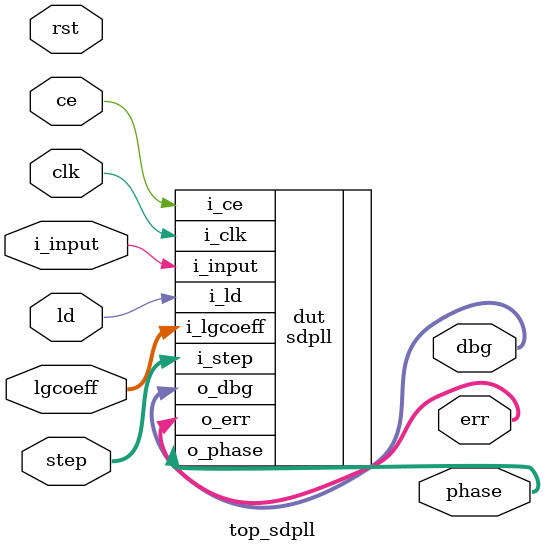
<source format=sv>
typedef enum logic [1:0] {
     add     = 2'h1,
     sub     = 2'h2,
     nop     = 2'h0
} operation_t /*verilator public*/;


module top_sdpll(
    input clk,
    input rst,
    input ld,
    input [30:0] step,
    input ce,
    input i_input,
    input [4:0] lgcoeff,
    

    output [31:0] phase,
    output [1:0]err,
    output [13:0] dbg
);


sdpll dut(
    .i_clk(clk),
    .i_ld(ld),
    .i_step(step),
    .i_ce(ce),
    .i_input(i_input),
    .i_lgcoeff(lgcoeff),
    .o_phase(phase),
    .o_err(err),
    .o_dbg(dbg)

);



endmodule


</source>
